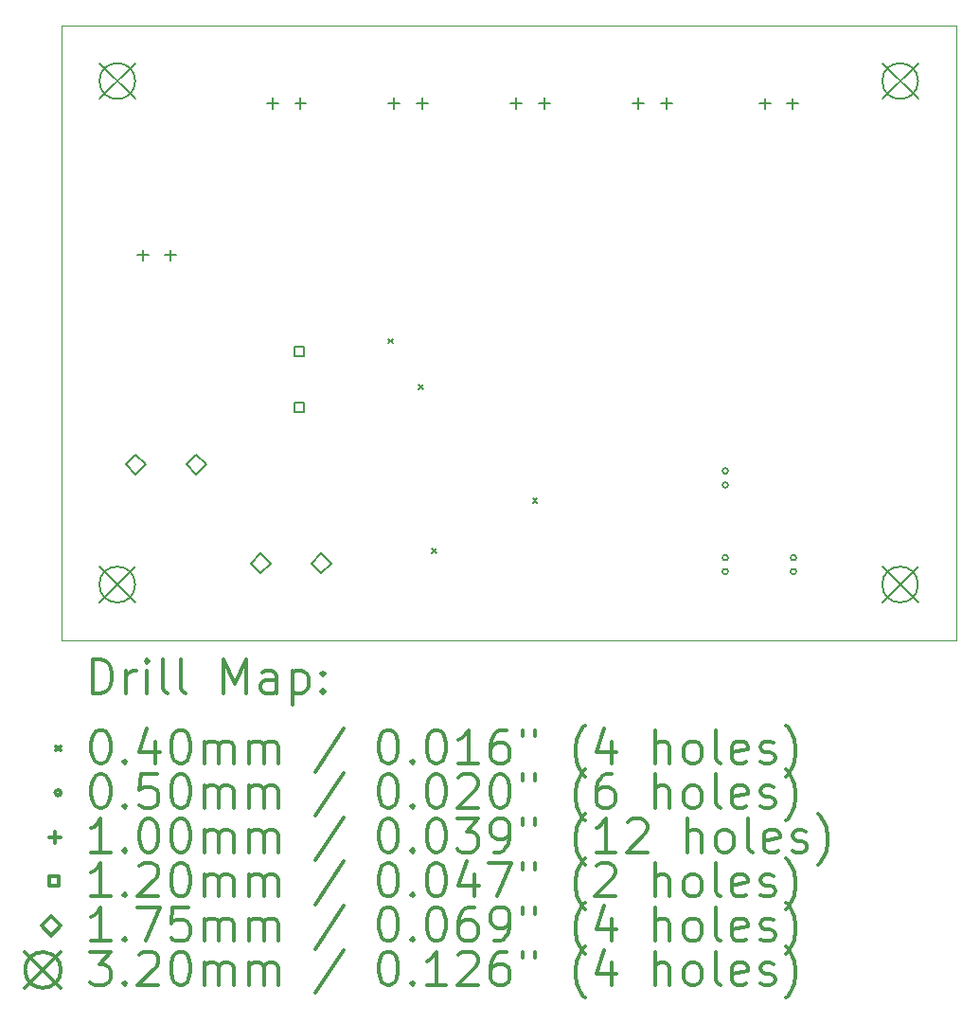
<source format=gbr>
%FSLAX45Y45*%
G04 Gerber Fmt 4.5, Leading zero omitted, Abs format (unit mm)*
G04 Created by KiCad (PCBNEW 5.1.6+dfsg1-1~bpo9+1) date 2022-04-04 20:28:34*
%MOMM*%
%LPD*%
G01*
G04 APERTURE LIST*
%TA.AperFunction,Profile*%
%ADD10C,0.100000*%
%TD*%
%ADD11C,0.200000*%
%ADD12C,0.300000*%
G04 APERTURE END LIST*
D10*
X15500000Y-3000000D02*
X7500000Y-3000000D01*
X15500000Y-3000000D02*
X15500000Y-8500000D01*
X7500000Y-8500000D02*
X7500000Y-3000000D01*
X7500000Y-8500000D02*
X15500000Y-8500000D01*
D11*
X10425750Y-5802950D02*
X10465750Y-5842950D01*
X10465750Y-5802950D02*
X10425750Y-5842950D01*
X10692450Y-6215700D02*
X10732450Y-6255700D01*
X10732450Y-6215700D02*
X10692450Y-6255700D01*
X10813100Y-7676200D02*
X10853100Y-7716200D01*
X10853100Y-7676200D02*
X10813100Y-7716200D01*
X11714800Y-7231700D02*
X11754800Y-7271700D01*
X11754800Y-7231700D02*
X11714800Y-7271700D01*
X13461600Y-6985000D02*
G75*
G03*
X13461600Y-6985000I-25000J0D01*
G01*
X13461600Y-7110000D02*
G75*
G03*
X13461600Y-7110000I-25000J0D01*
G01*
X14071200Y-7759700D02*
G75*
G03*
X14071200Y-7759700I-25000J0D01*
G01*
X14071200Y-7884700D02*
G75*
G03*
X14071200Y-7884700I-25000J0D01*
G01*
X13461600Y-7759700D02*
G75*
G03*
X13461600Y-7759700I-25000J0D01*
G01*
X13461600Y-7884700D02*
G75*
G03*
X13461600Y-7884700I-25000J0D01*
G01*
X9389300Y-3645700D02*
X9389300Y-3745700D01*
X9339300Y-3695700D02*
X9439300Y-3695700D01*
X9639300Y-3645700D02*
X9639300Y-3745700D01*
X9589300Y-3695700D02*
X9689300Y-3695700D01*
X11567350Y-3645700D02*
X11567350Y-3745700D01*
X11517350Y-3695700D02*
X11617350Y-3695700D01*
X11817350Y-3645700D02*
X11817350Y-3745700D01*
X11767350Y-3695700D02*
X11867350Y-3695700D01*
X12659550Y-3645700D02*
X12659550Y-3745700D01*
X12609550Y-3695700D02*
X12709550Y-3695700D01*
X12909550Y-3645700D02*
X12909550Y-3745700D01*
X12859550Y-3695700D02*
X12959550Y-3695700D01*
X10475150Y-3645700D02*
X10475150Y-3745700D01*
X10425150Y-3695700D02*
X10525150Y-3695700D01*
X10725150Y-3645700D02*
X10725150Y-3745700D01*
X10675150Y-3695700D02*
X10775150Y-3695700D01*
X13789850Y-3652050D02*
X13789850Y-3752050D01*
X13739850Y-3702050D02*
X13839850Y-3702050D01*
X14039850Y-3652050D02*
X14039850Y-3752050D01*
X13989850Y-3702050D02*
X14089850Y-3702050D01*
X8227250Y-5007140D02*
X8227250Y-5107140D01*
X8177250Y-5057140D02*
X8277250Y-5057140D01*
X8477250Y-5007140D02*
X8477250Y-5107140D01*
X8427250Y-5057140D02*
X8527250Y-5057140D01*
X9669027Y-5960627D02*
X9669027Y-5875773D01*
X9584173Y-5875773D01*
X9584173Y-5960627D01*
X9669027Y-5960627D01*
X9669027Y-6460627D02*
X9669027Y-6375773D01*
X9584173Y-6375773D01*
X9584173Y-6460627D01*
X9669027Y-6460627D01*
X8166100Y-7015350D02*
X8253600Y-6927850D01*
X8166100Y-6840350D01*
X8078600Y-6927850D01*
X8166100Y-7015350D01*
X8706100Y-7015350D02*
X8793600Y-6927850D01*
X8706100Y-6840350D01*
X8618600Y-6927850D01*
X8706100Y-7015350D01*
X9283700Y-7898000D02*
X9371200Y-7810500D01*
X9283700Y-7723000D01*
X9196200Y-7810500D01*
X9283700Y-7898000D01*
X9823700Y-7898000D02*
X9911200Y-7810500D01*
X9823700Y-7723000D01*
X9736200Y-7810500D01*
X9823700Y-7898000D01*
X14840000Y-7840000D02*
X15160000Y-8160000D01*
X15160000Y-7840000D02*
X14840000Y-8160000D01*
X15160000Y-8000000D02*
G75*
G03*
X15160000Y-8000000I-160000J0D01*
G01*
X14840000Y-3340000D02*
X15160000Y-3660000D01*
X15160000Y-3340000D02*
X14840000Y-3660000D01*
X15160000Y-3500000D02*
G75*
G03*
X15160000Y-3500000I-160000J0D01*
G01*
X7840000Y-7840000D02*
X8160000Y-8160000D01*
X8160000Y-7840000D02*
X7840000Y-8160000D01*
X8160000Y-8000000D02*
G75*
G03*
X8160000Y-8000000I-160000J0D01*
G01*
X7840000Y-3340000D02*
X8160000Y-3660000D01*
X8160000Y-3340000D02*
X7840000Y-3660000D01*
X8160000Y-3500000D02*
G75*
G03*
X8160000Y-3500000I-160000J0D01*
G01*
D12*
X7781428Y-8970714D02*
X7781428Y-8670714D01*
X7852857Y-8670714D01*
X7895714Y-8685000D01*
X7924286Y-8713572D01*
X7938571Y-8742143D01*
X7952857Y-8799286D01*
X7952857Y-8842143D01*
X7938571Y-8899286D01*
X7924286Y-8927857D01*
X7895714Y-8956429D01*
X7852857Y-8970714D01*
X7781428Y-8970714D01*
X8081428Y-8970714D02*
X8081428Y-8770714D01*
X8081428Y-8827857D02*
X8095714Y-8799286D01*
X8110000Y-8785000D01*
X8138571Y-8770714D01*
X8167143Y-8770714D01*
X8267143Y-8970714D02*
X8267143Y-8770714D01*
X8267143Y-8670714D02*
X8252857Y-8685000D01*
X8267143Y-8699286D01*
X8281428Y-8685000D01*
X8267143Y-8670714D01*
X8267143Y-8699286D01*
X8452857Y-8970714D02*
X8424286Y-8956429D01*
X8410000Y-8927857D01*
X8410000Y-8670714D01*
X8610000Y-8970714D02*
X8581428Y-8956429D01*
X8567143Y-8927857D01*
X8567143Y-8670714D01*
X8952857Y-8970714D02*
X8952857Y-8670714D01*
X9052857Y-8885000D01*
X9152857Y-8670714D01*
X9152857Y-8970714D01*
X9424286Y-8970714D02*
X9424286Y-8813572D01*
X9410000Y-8785000D01*
X9381428Y-8770714D01*
X9324286Y-8770714D01*
X9295714Y-8785000D01*
X9424286Y-8956429D02*
X9395714Y-8970714D01*
X9324286Y-8970714D01*
X9295714Y-8956429D01*
X9281428Y-8927857D01*
X9281428Y-8899286D01*
X9295714Y-8870714D01*
X9324286Y-8856429D01*
X9395714Y-8856429D01*
X9424286Y-8842143D01*
X9567143Y-8770714D02*
X9567143Y-9070714D01*
X9567143Y-8785000D02*
X9595714Y-8770714D01*
X9652857Y-8770714D01*
X9681428Y-8785000D01*
X9695714Y-8799286D01*
X9710000Y-8827857D01*
X9710000Y-8913572D01*
X9695714Y-8942143D01*
X9681428Y-8956429D01*
X9652857Y-8970714D01*
X9595714Y-8970714D01*
X9567143Y-8956429D01*
X9838571Y-8942143D02*
X9852857Y-8956429D01*
X9838571Y-8970714D01*
X9824286Y-8956429D01*
X9838571Y-8942143D01*
X9838571Y-8970714D01*
X9838571Y-8785000D02*
X9852857Y-8799286D01*
X9838571Y-8813572D01*
X9824286Y-8799286D01*
X9838571Y-8785000D01*
X9838571Y-8813572D01*
X7455000Y-9445000D02*
X7495000Y-9485000D01*
X7495000Y-9445000D02*
X7455000Y-9485000D01*
X7838571Y-9300714D02*
X7867143Y-9300714D01*
X7895714Y-9315000D01*
X7910000Y-9329286D01*
X7924286Y-9357857D01*
X7938571Y-9415000D01*
X7938571Y-9486429D01*
X7924286Y-9543572D01*
X7910000Y-9572143D01*
X7895714Y-9586429D01*
X7867143Y-9600714D01*
X7838571Y-9600714D01*
X7810000Y-9586429D01*
X7795714Y-9572143D01*
X7781428Y-9543572D01*
X7767143Y-9486429D01*
X7767143Y-9415000D01*
X7781428Y-9357857D01*
X7795714Y-9329286D01*
X7810000Y-9315000D01*
X7838571Y-9300714D01*
X8067143Y-9572143D02*
X8081428Y-9586429D01*
X8067143Y-9600714D01*
X8052857Y-9586429D01*
X8067143Y-9572143D01*
X8067143Y-9600714D01*
X8338571Y-9400714D02*
X8338571Y-9600714D01*
X8267143Y-9286429D02*
X8195714Y-9500714D01*
X8381428Y-9500714D01*
X8552857Y-9300714D02*
X8581428Y-9300714D01*
X8610000Y-9315000D01*
X8624286Y-9329286D01*
X8638571Y-9357857D01*
X8652857Y-9415000D01*
X8652857Y-9486429D01*
X8638571Y-9543572D01*
X8624286Y-9572143D01*
X8610000Y-9586429D01*
X8581428Y-9600714D01*
X8552857Y-9600714D01*
X8524286Y-9586429D01*
X8510000Y-9572143D01*
X8495714Y-9543572D01*
X8481428Y-9486429D01*
X8481428Y-9415000D01*
X8495714Y-9357857D01*
X8510000Y-9329286D01*
X8524286Y-9315000D01*
X8552857Y-9300714D01*
X8781428Y-9600714D02*
X8781428Y-9400714D01*
X8781428Y-9429286D02*
X8795714Y-9415000D01*
X8824286Y-9400714D01*
X8867143Y-9400714D01*
X8895714Y-9415000D01*
X8910000Y-9443572D01*
X8910000Y-9600714D01*
X8910000Y-9443572D02*
X8924286Y-9415000D01*
X8952857Y-9400714D01*
X8995714Y-9400714D01*
X9024286Y-9415000D01*
X9038571Y-9443572D01*
X9038571Y-9600714D01*
X9181428Y-9600714D02*
X9181428Y-9400714D01*
X9181428Y-9429286D02*
X9195714Y-9415000D01*
X9224286Y-9400714D01*
X9267143Y-9400714D01*
X9295714Y-9415000D01*
X9310000Y-9443572D01*
X9310000Y-9600714D01*
X9310000Y-9443572D02*
X9324286Y-9415000D01*
X9352857Y-9400714D01*
X9395714Y-9400714D01*
X9424286Y-9415000D01*
X9438571Y-9443572D01*
X9438571Y-9600714D01*
X10024286Y-9286429D02*
X9767143Y-9672143D01*
X10410000Y-9300714D02*
X10438571Y-9300714D01*
X10467143Y-9315000D01*
X10481428Y-9329286D01*
X10495714Y-9357857D01*
X10510000Y-9415000D01*
X10510000Y-9486429D01*
X10495714Y-9543572D01*
X10481428Y-9572143D01*
X10467143Y-9586429D01*
X10438571Y-9600714D01*
X10410000Y-9600714D01*
X10381428Y-9586429D01*
X10367143Y-9572143D01*
X10352857Y-9543572D01*
X10338571Y-9486429D01*
X10338571Y-9415000D01*
X10352857Y-9357857D01*
X10367143Y-9329286D01*
X10381428Y-9315000D01*
X10410000Y-9300714D01*
X10638571Y-9572143D02*
X10652857Y-9586429D01*
X10638571Y-9600714D01*
X10624286Y-9586429D01*
X10638571Y-9572143D01*
X10638571Y-9600714D01*
X10838571Y-9300714D02*
X10867143Y-9300714D01*
X10895714Y-9315000D01*
X10910000Y-9329286D01*
X10924286Y-9357857D01*
X10938571Y-9415000D01*
X10938571Y-9486429D01*
X10924286Y-9543572D01*
X10910000Y-9572143D01*
X10895714Y-9586429D01*
X10867143Y-9600714D01*
X10838571Y-9600714D01*
X10810000Y-9586429D01*
X10795714Y-9572143D01*
X10781428Y-9543572D01*
X10767143Y-9486429D01*
X10767143Y-9415000D01*
X10781428Y-9357857D01*
X10795714Y-9329286D01*
X10810000Y-9315000D01*
X10838571Y-9300714D01*
X11224286Y-9600714D02*
X11052857Y-9600714D01*
X11138571Y-9600714D02*
X11138571Y-9300714D01*
X11110000Y-9343572D01*
X11081428Y-9372143D01*
X11052857Y-9386429D01*
X11481428Y-9300714D02*
X11424286Y-9300714D01*
X11395714Y-9315000D01*
X11381428Y-9329286D01*
X11352857Y-9372143D01*
X11338571Y-9429286D01*
X11338571Y-9543572D01*
X11352857Y-9572143D01*
X11367143Y-9586429D01*
X11395714Y-9600714D01*
X11452857Y-9600714D01*
X11481428Y-9586429D01*
X11495714Y-9572143D01*
X11510000Y-9543572D01*
X11510000Y-9472143D01*
X11495714Y-9443572D01*
X11481428Y-9429286D01*
X11452857Y-9415000D01*
X11395714Y-9415000D01*
X11367143Y-9429286D01*
X11352857Y-9443572D01*
X11338571Y-9472143D01*
X11624286Y-9300714D02*
X11624286Y-9357857D01*
X11738571Y-9300714D02*
X11738571Y-9357857D01*
X12181428Y-9715000D02*
X12167143Y-9700714D01*
X12138571Y-9657857D01*
X12124286Y-9629286D01*
X12110000Y-9586429D01*
X12095714Y-9515000D01*
X12095714Y-9457857D01*
X12110000Y-9386429D01*
X12124286Y-9343572D01*
X12138571Y-9315000D01*
X12167143Y-9272143D01*
X12181428Y-9257857D01*
X12424286Y-9400714D02*
X12424286Y-9600714D01*
X12352857Y-9286429D02*
X12281428Y-9500714D01*
X12467143Y-9500714D01*
X12810000Y-9600714D02*
X12810000Y-9300714D01*
X12938571Y-9600714D02*
X12938571Y-9443572D01*
X12924286Y-9415000D01*
X12895714Y-9400714D01*
X12852857Y-9400714D01*
X12824286Y-9415000D01*
X12810000Y-9429286D01*
X13124286Y-9600714D02*
X13095714Y-9586429D01*
X13081428Y-9572143D01*
X13067143Y-9543572D01*
X13067143Y-9457857D01*
X13081428Y-9429286D01*
X13095714Y-9415000D01*
X13124286Y-9400714D01*
X13167143Y-9400714D01*
X13195714Y-9415000D01*
X13210000Y-9429286D01*
X13224286Y-9457857D01*
X13224286Y-9543572D01*
X13210000Y-9572143D01*
X13195714Y-9586429D01*
X13167143Y-9600714D01*
X13124286Y-9600714D01*
X13395714Y-9600714D02*
X13367143Y-9586429D01*
X13352857Y-9557857D01*
X13352857Y-9300714D01*
X13624286Y-9586429D02*
X13595714Y-9600714D01*
X13538571Y-9600714D01*
X13510000Y-9586429D01*
X13495714Y-9557857D01*
X13495714Y-9443572D01*
X13510000Y-9415000D01*
X13538571Y-9400714D01*
X13595714Y-9400714D01*
X13624286Y-9415000D01*
X13638571Y-9443572D01*
X13638571Y-9472143D01*
X13495714Y-9500714D01*
X13752857Y-9586429D02*
X13781428Y-9600714D01*
X13838571Y-9600714D01*
X13867143Y-9586429D01*
X13881428Y-9557857D01*
X13881428Y-9543572D01*
X13867143Y-9515000D01*
X13838571Y-9500714D01*
X13795714Y-9500714D01*
X13767143Y-9486429D01*
X13752857Y-9457857D01*
X13752857Y-9443572D01*
X13767143Y-9415000D01*
X13795714Y-9400714D01*
X13838571Y-9400714D01*
X13867143Y-9415000D01*
X13981428Y-9715000D02*
X13995714Y-9700714D01*
X14024286Y-9657857D01*
X14038571Y-9629286D01*
X14052857Y-9586429D01*
X14067143Y-9515000D01*
X14067143Y-9457857D01*
X14052857Y-9386429D01*
X14038571Y-9343572D01*
X14024286Y-9315000D01*
X13995714Y-9272143D01*
X13981428Y-9257857D01*
X7495000Y-9861000D02*
G75*
G03*
X7495000Y-9861000I-25000J0D01*
G01*
X7838571Y-9696714D02*
X7867143Y-9696714D01*
X7895714Y-9711000D01*
X7910000Y-9725286D01*
X7924286Y-9753857D01*
X7938571Y-9811000D01*
X7938571Y-9882429D01*
X7924286Y-9939572D01*
X7910000Y-9968143D01*
X7895714Y-9982429D01*
X7867143Y-9996714D01*
X7838571Y-9996714D01*
X7810000Y-9982429D01*
X7795714Y-9968143D01*
X7781428Y-9939572D01*
X7767143Y-9882429D01*
X7767143Y-9811000D01*
X7781428Y-9753857D01*
X7795714Y-9725286D01*
X7810000Y-9711000D01*
X7838571Y-9696714D01*
X8067143Y-9968143D02*
X8081428Y-9982429D01*
X8067143Y-9996714D01*
X8052857Y-9982429D01*
X8067143Y-9968143D01*
X8067143Y-9996714D01*
X8352857Y-9696714D02*
X8210000Y-9696714D01*
X8195714Y-9839572D01*
X8210000Y-9825286D01*
X8238571Y-9811000D01*
X8310000Y-9811000D01*
X8338571Y-9825286D01*
X8352857Y-9839572D01*
X8367143Y-9868143D01*
X8367143Y-9939572D01*
X8352857Y-9968143D01*
X8338571Y-9982429D01*
X8310000Y-9996714D01*
X8238571Y-9996714D01*
X8210000Y-9982429D01*
X8195714Y-9968143D01*
X8552857Y-9696714D02*
X8581428Y-9696714D01*
X8610000Y-9711000D01*
X8624286Y-9725286D01*
X8638571Y-9753857D01*
X8652857Y-9811000D01*
X8652857Y-9882429D01*
X8638571Y-9939572D01*
X8624286Y-9968143D01*
X8610000Y-9982429D01*
X8581428Y-9996714D01*
X8552857Y-9996714D01*
X8524286Y-9982429D01*
X8510000Y-9968143D01*
X8495714Y-9939572D01*
X8481428Y-9882429D01*
X8481428Y-9811000D01*
X8495714Y-9753857D01*
X8510000Y-9725286D01*
X8524286Y-9711000D01*
X8552857Y-9696714D01*
X8781428Y-9996714D02*
X8781428Y-9796714D01*
X8781428Y-9825286D02*
X8795714Y-9811000D01*
X8824286Y-9796714D01*
X8867143Y-9796714D01*
X8895714Y-9811000D01*
X8910000Y-9839572D01*
X8910000Y-9996714D01*
X8910000Y-9839572D02*
X8924286Y-9811000D01*
X8952857Y-9796714D01*
X8995714Y-9796714D01*
X9024286Y-9811000D01*
X9038571Y-9839572D01*
X9038571Y-9996714D01*
X9181428Y-9996714D02*
X9181428Y-9796714D01*
X9181428Y-9825286D02*
X9195714Y-9811000D01*
X9224286Y-9796714D01*
X9267143Y-9796714D01*
X9295714Y-9811000D01*
X9310000Y-9839572D01*
X9310000Y-9996714D01*
X9310000Y-9839572D02*
X9324286Y-9811000D01*
X9352857Y-9796714D01*
X9395714Y-9796714D01*
X9424286Y-9811000D01*
X9438571Y-9839572D01*
X9438571Y-9996714D01*
X10024286Y-9682429D02*
X9767143Y-10068143D01*
X10410000Y-9696714D02*
X10438571Y-9696714D01*
X10467143Y-9711000D01*
X10481428Y-9725286D01*
X10495714Y-9753857D01*
X10510000Y-9811000D01*
X10510000Y-9882429D01*
X10495714Y-9939572D01*
X10481428Y-9968143D01*
X10467143Y-9982429D01*
X10438571Y-9996714D01*
X10410000Y-9996714D01*
X10381428Y-9982429D01*
X10367143Y-9968143D01*
X10352857Y-9939572D01*
X10338571Y-9882429D01*
X10338571Y-9811000D01*
X10352857Y-9753857D01*
X10367143Y-9725286D01*
X10381428Y-9711000D01*
X10410000Y-9696714D01*
X10638571Y-9968143D02*
X10652857Y-9982429D01*
X10638571Y-9996714D01*
X10624286Y-9982429D01*
X10638571Y-9968143D01*
X10638571Y-9996714D01*
X10838571Y-9696714D02*
X10867143Y-9696714D01*
X10895714Y-9711000D01*
X10910000Y-9725286D01*
X10924286Y-9753857D01*
X10938571Y-9811000D01*
X10938571Y-9882429D01*
X10924286Y-9939572D01*
X10910000Y-9968143D01*
X10895714Y-9982429D01*
X10867143Y-9996714D01*
X10838571Y-9996714D01*
X10810000Y-9982429D01*
X10795714Y-9968143D01*
X10781428Y-9939572D01*
X10767143Y-9882429D01*
X10767143Y-9811000D01*
X10781428Y-9753857D01*
X10795714Y-9725286D01*
X10810000Y-9711000D01*
X10838571Y-9696714D01*
X11052857Y-9725286D02*
X11067143Y-9711000D01*
X11095714Y-9696714D01*
X11167143Y-9696714D01*
X11195714Y-9711000D01*
X11210000Y-9725286D01*
X11224286Y-9753857D01*
X11224286Y-9782429D01*
X11210000Y-9825286D01*
X11038571Y-9996714D01*
X11224286Y-9996714D01*
X11410000Y-9696714D02*
X11438571Y-9696714D01*
X11467143Y-9711000D01*
X11481428Y-9725286D01*
X11495714Y-9753857D01*
X11510000Y-9811000D01*
X11510000Y-9882429D01*
X11495714Y-9939572D01*
X11481428Y-9968143D01*
X11467143Y-9982429D01*
X11438571Y-9996714D01*
X11410000Y-9996714D01*
X11381428Y-9982429D01*
X11367143Y-9968143D01*
X11352857Y-9939572D01*
X11338571Y-9882429D01*
X11338571Y-9811000D01*
X11352857Y-9753857D01*
X11367143Y-9725286D01*
X11381428Y-9711000D01*
X11410000Y-9696714D01*
X11624286Y-9696714D02*
X11624286Y-9753857D01*
X11738571Y-9696714D02*
X11738571Y-9753857D01*
X12181428Y-10111000D02*
X12167143Y-10096714D01*
X12138571Y-10053857D01*
X12124286Y-10025286D01*
X12110000Y-9982429D01*
X12095714Y-9911000D01*
X12095714Y-9853857D01*
X12110000Y-9782429D01*
X12124286Y-9739572D01*
X12138571Y-9711000D01*
X12167143Y-9668143D01*
X12181428Y-9653857D01*
X12424286Y-9696714D02*
X12367143Y-9696714D01*
X12338571Y-9711000D01*
X12324286Y-9725286D01*
X12295714Y-9768143D01*
X12281428Y-9825286D01*
X12281428Y-9939572D01*
X12295714Y-9968143D01*
X12310000Y-9982429D01*
X12338571Y-9996714D01*
X12395714Y-9996714D01*
X12424286Y-9982429D01*
X12438571Y-9968143D01*
X12452857Y-9939572D01*
X12452857Y-9868143D01*
X12438571Y-9839572D01*
X12424286Y-9825286D01*
X12395714Y-9811000D01*
X12338571Y-9811000D01*
X12310000Y-9825286D01*
X12295714Y-9839572D01*
X12281428Y-9868143D01*
X12810000Y-9996714D02*
X12810000Y-9696714D01*
X12938571Y-9996714D02*
X12938571Y-9839572D01*
X12924286Y-9811000D01*
X12895714Y-9796714D01*
X12852857Y-9796714D01*
X12824286Y-9811000D01*
X12810000Y-9825286D01*
X13124286Y-9996714D02*
X13095714Y-9982429D01*
X13081428Y-9968143D01*
X13067143Y-9939572D01*
X13067143Y-9853857D01*
X13081428Y-9825286D01*
X13095714Y-9811000D01*
X13124286Y-9796714D01*
X13167143Y-9796714D01*
X13195714Y-9811000D01*
X13210000Y-9825286D01*
X13224286Y-9853857D01*
X13224286Y-9939572D01*
X13210000Y-9968143D01*
X13195714Y-9982429D01*
X13167143Y-9996714D01*
X13124286Y-9996714D01*
X13395714Y-9996714D02*
X13367143Y-9982429D01*
X13352857Y-9953857D01*
X13352857Y-9696714D01*
X13624286Y-9982429D02*
X13595714Y-9996714D01*
X13538571Y-9996714D01*
X13510000Y-9982429D01*
X13495714Y-9953857D01*
X13495714Y-9839572D01*
X13510000Y-9811000D01*
X13538571Y-9796714D01*
X13595714Y-9796714D01*
X13624286Y-9811000D01*
X13638571Y-9839572D01*
X13638571Y-9868143D01*
X13495714Y-9896714D01*
X13752857Y-9982429D02*
X13781428Y-9996714D01*
X13838571Y-9996714D01*
X13867143Y-9982429D01*
X13881428Y-9953857D01*
X13881428Y-9939572D01*
X13867143Y-9911000D01*
X13838571Y-9896714D01*
X13795714Y-9896714D01*
X13767143Y-9882429D01*
X13752857Y-9853857D01*
X13752857Y-9839572D01*
X13767143Y-9811000D01*
X13795714Y-9796714D01*
X13838571Y-9796714D01*
X13867143Y-9811000D01*
X13981428Y-10111000D02*
X13995714Y-10096714D01*
X14024286Y-10053857D01*
X14038571Y-10025286D01*
X14052857Y-9982429D01*
X14067143Y-9911000D01*
X14067143Y-9853857D01*
X14052857Y-9782429D01*
X14038571Y-9739572D01*
X14024286Y-9711000D01*
X13995714Y-9668143D01*
X13981428Y-9653857D01*
X7445000Y-10207000D02*
X7445000Y-10307000D01*
X7395000Y-10257000D02*
X7495000Y-10257000D01*
X7938571Y-10392714D02*
X7767143Y-10392714D01*
X7852857Y-10392714D02*
X7852857Y-10092714D01*
X7824286Y-10135572D01*
X7795714Y-10164143D01*
X7767143Y-10178429D01*
X8067143Y-10364143D02*
X8081428Y-10378429D01*
X8067143Y-10392714D01*
X8052857Y-10378429D01*
X8067143Y-10364143D01*
X8067143Y-10392714D01*
X8267143Y-10092714D02*
X8295714Y-10092714D01*
X8324286Y-10107000D01*
X8338571Y-10121286D01*
X8352857Y-10149857D01*
X8367143Y-10207000D01*
X8367143Y-10278429D01*
X8352857Y-10335572D01*
X8338571Y-10364143D01*
X8324286Y-10378429D01*
X8295714Y-10392714D01*
X8267143Y-10392714D01*
X8238571Y-10378429D01*
X8224286Y-10364143D01*
X8210000Y-10335572D01*
X8195714Y-10278429D01*
X8195714Y-10207000D01*
X8210000Y-10149857D01*
X8224286Y-10121286D01*
X8238571Y-10107000D01*
X8267143Y-10092714D01*
X8552857Y-10092714D02*
X8581428Y-10092714D01*
X8610000Y-10107000D01*
X8624286Y-10121286D01*
X8638571Y-10149857D01*
X8652857Y-10207000D01*
X8652857Y-10278429D01*
X8638571Y-10335572D01*
X8624286Y-10364143D01*
X8610000Y-10378429D01*
X8581428Y-10392714D01*
X8552857Y-10392714D01*
X8524286Y-10378429D01*
X8510000Y-10364143D01*
X8495714Y-10335572D01*
X8481428Y-10278429D01*
X8481428Y-10207000D01*
X8495714Y-10149857D01*
X8510000Y-10121286D01*
X8524286Y-10107000D01*
X8552857Y-10092714D01*
X8781428Y-10392714D02*
X8781428Y-10192714D01*
X8781428Y-10221286D02*
X8795714Y-10207000D01*
X8824286Y-10192714D01*
X8867143Y-10192714D01*
X8895714Y-10207000D01*
X8910000Y-10235572D01*
X8910000Y-10392714D01*
X8910000Y-10235572D02*
X8924286Y-10207000D01*
X8952857Y-10192714D01*
X8995714Y-10192714D01*
X9024286Y-10207000D01*
X9038571Y-10235572D01*
X9038571Y-10392714D01*
X9181428Y-10392714D02*
X9181428Y-10192714D01*
X9181428Y-10221286D02*
X9195714Y-10207000D01*
X9224286Y-10192714D01*
X9267143Y-10192714D01*
X9295714Y-10207000D01*
X9310000Y-10235572D01*
X9310000Y-10392714D01*
X9310000Y-10235572D02*
X9324286Y-10207000D01*
X9352857Y-10192714D01*
X9395714Y-10192714D01*
X9424286Y-10207000D01*
X9438571Y-10235572D01*
X9438571Y-10392714D01*
X10024286Y-10078429D02*
X9767143Y-10464143D01*
X10410000Y-10092714D02*
X10438571Y-10092714D01*
X10467143Y-10107000D01*
X10481428Y-10121286D01*
X10495714Y-10149857D01*
X10510000Y-10207000D01*
X10510000Y-10278429D01*
X10495714Y-10335572D01*
X10481428Y-10364143D01*
X10467143Y-10378429D01*
X10438571Y-10392714D01*
X10410000Y-10392714D01*
X10381428Y-10378429D01*
X10367143Y-10364143D01*
X10352857Y-10335572D01*
X10338571Y-10278429D01*
X10338571Y-10207000D01*
X10352857Y-10149857D01*
X10367143Y-10121286D01*
X10381428Y-10107000D01*
X10410000Y-10092714D01*
X10638571Y-10364143D02*
X10652857Y-10378429D01*
X10638571Y-10392714D01*
X10624286Y-10378429D01*
X10638571Y-10364143D01*
X10638571Y-10392714D01*
X10838571Y-10092714D02*
X10867143Y-10092714D01*
X10895714Y-10107000D01*
X10910000Y-10121286D01*
X10924286Y-10149857D01*
X10938571Y-10207000D01*
X10938571Y-10278429D01*
X10924286Y-10335572D01*
X10910000Y-10364143D01*
X10895714Y-10378429D01*
X10867143Y-10392714D01*
X10838571Y-10392714D01*
X10810000Y-10378429D01*
X10795714Y-10364143D01*
X10781428Y-10335572D01*
X10767143Y-10278429D01*
X10767143Y-10207000D01*
X10781428Y-10149857D01*
X10795714Y-10121286D01*
X10810000Y-10107000D01*
X10838571Y-10092714D01*
X11038571Y-10092714D02*
X11224286Y-10092714D01*
X11124286Y-10207000D01*
X11167143Y-10207000D01*
X11195714Y-10221286D01*
X11210000Y-10235572D01*
X11224286Y-10264143D01*
X11224286Y-10335572D01*
X11210000Y-10364143D01*
X11195714Y-10378429D01*
X11167143Y-10392714D01*
X11081428Y-10392714D01*
X11052857Y-10378429D01*
X11038571Y-10364143D01*
X11367143Y-10392714D02*
X11424286Y-10392714D01*
X11452857Y-10378429D01*
X11467143Y-10364143D01*
X11495714Y-10321286D01*
X11510000Y-10264143D01*
X11510000Y-10149857D01*
X11495714Y-10121286D01*
X11481428Y-10107000D01*
X11452857Y-10092714D01*
X11395714Y-10092714D01*
X11367143Y-10107000D01*
X11352857Y-10121286D01*
X11338571Y-10149857D01*
X11338571Y-10221286D01*
X11352857Y-10249857D01*
X11367143Y-10264143D01*
X11395714Y-10278429D01*
X11452857Y-10278429D01*
X11481428Y-10264143D01*
X11495714Y-10249857D01*
X11510000Y-10221286D01*
X11624286Y-10092714D02*
X11624286Y-10149857D01*
X11738571Y-10092714D02*
X11738571Y-10149857D01*
X12181428Y-10507000D02*
X12167143Y-10492714D01*
X12138571Y-10449857D01*
X12124286Y-10421286D01*
X12110000Y-10378429D01*
X12095714Y-10307000D01*
X12095714Y-10249857D01*
X12110000Y-10178429D01*
X12124286Y-10135572D01*
X12138571Y-10107000D01*
X12167143Y-10064143D01*
X12181428Y-10049857D01*
X12452857Y-10392714D02*
X12281428Y-10392714D01*
X12367143Y-10392714D02*
X12367143Y-10092714D01*
X12338571Y-10135572D01*
X12310000Y-10164143D01*
X12281428Y-10178429D01*
X12567143Y-10121286D02*
X12581428Y-10107000D01*
X12610000Y-10092714D01*
X12681428Y-10092714D01*
X12710000Y-10107000D01*
X12724286Y-10121286D01*
X12738571Y-10149857D01*
X12738571Y-10178429D01*
X12724286Y-10221286D01*
X12552857Y-10392714D01*
X12738571Y-10392714D01*
X13095714Y-10392714D02*
X13095714Y-10092714D01*
X13224286Y-10392714D02*
X13224286Y-10235572D01*
X13210000Y-10207000D01*
X13181428Y-10192714D01*
X13138571Y-10192714D01*
X13110000Y-10207000D01*
X13095714Y-10221286D01*
X13410000Y-10392714D02*
X13381428Y-10378429D01*
X13367143Y-10364143D01*
X13352857Y-10335572D01*
X13352857Y-10249857D01*
X13367143Y-10221286D01*
X13381428Y-10207000D01*
X13410000Y-10192714D01*
X13452857Y-10192714D01*
X13481428Y-10207000D01*
X13495714Y-10221286D01*
X13510000Y-10249857D01*
X13510000Y-10335572D01*
X13495714Y-10364143D01*
X13481428Y-10378429D01*
X13452857Y-10392714D01*
X13410000Y-10392714D01*
X13681428Y-10392714D02*
X13652857Y-10378429D01*
X13638571Y-10349857D01*
X13638571Y-10092714D01*
X13910000Y-10378429D02*
X13881428Y-10392714D01*
X13824286Y-10392714D01*
X13795714Y-10378429D01*
X13781428Y-10349857D01*
X13781428Y-10235572D01*
X13795714Y-10207000D01*
X13824286Y-10192714D01*
X13881428Y-10192714D01*
X13910000Y-10207000D01*
X13924286Y-10235572D01*
X13924286Y-10264143D01*
X13781428Y-10292714D01*
X14038571Y-10378429D02*
X14067143Y-10392714D01*
X14124286Y-10392714D01*
X14152857Y-10378429D01*
X14167143Y-10349857D01*
X14167143Y-10335572D01*
X14152857Y-10307000D01*
X14124286Y-10292714D01*
X14081428Y-10292714D01*
X14052857Y-10278429D01*
X14038571Y-10249857D01*
X14038571Y-10235572D01*
X14052857Y-10207000D01*
X14081428Y-10192714D01*
X14124286Y-10192714D01*
X14152857Y-10207000D01*
X14267143Y-10507000D02*
X14281428Y-10492714D01*
X14310000Y-10449857D01*
X14324286Y-10421286D01*
X14338571Y-10378429D01*
X14352857Y-10307000D01*
X14352857Y-10249857D01*
X14338571Y-10178429D01*
X14324286Y-10135572D01*
X14310000Y-10107000D01*
X14281428Y-10064143D01*
X14267143Y-10049857D01*
X7477427Y-10695427D02*
X7477427Y-10610573D01*
X7392573Y-10610573D01*
X7392573Y-10695427D01*
X7477427Y-10695427D01*
X7938571Y-10788714D02*
X7767143Y-10788714D01*
X7852857Y-10788714D02*
X7852857Y-10488714D01*
X7824286Y-10531572D01*
X7795714Y-10560143D01*
X7767143Y-10574429D01*
X8067143Y-10760143D02*
X8081428Y-10774429D01*
X8067143Y-10788714D01*
X8052857Y-10774429D01*
X8067143Y-10760143D01*
X8067143Y-10788714D01*
X8195714Y-10517286D02*
X8210000Y-10503000D01*
X8238571Y-10488714D01*
X8310000Y-10488714D01*
X8338571Y-10503000D01*
X8352857Y-10517286D01*
X8367143Y-10545857D01*
X8367143Y-10574429D01*
X8352857Y-10617286D01*
X8181428Y-10788714D01*
X8367143Y-10788714D01*
X8552857Y-10488714D02*
X8581428Y-10488714D01*
X8610000Y-10503000D01*
X8624286Y-10517286D01*
X8638571Y-10545857D01*
X8652857Y-10603000D01*
X8652857Y-10674429D01*
X8638571Y-10731572D01*
X8624286Y-10760143D01*
X8610000Y-10774429D01*
X8581428Y-10788714D01*
X8552857Y-10788714D01*
X8524286Y-10774429D01*
X8510000Y-10760143D01*
X8495714Y-10731572D01*
X8481428Y-10674429D01*
X8481428Y-10603000D01*
X8495714Y-10545857D01*
X8510000Y-10517286D01*
X8524286Y-10503000D01*
X8552857Y-10488714D01*
X8781428Y-10788714D02*
X8781428Y-10588714D01*
X8781428Y-10617286D02*
X8795714Y-10603000D01*
X8824286Y-10588714D01*
X8867143Y-10588714D01*
X8895714Y-10603000D01*
X8910000Y-10631572D01*
X8910000Y-10788714D01*
X8910000Y-10631572D02*
X8924286Y-10603000D01*
X8952857Y-10588714D01*
X8995714Y-10588714D01*
X9024286Y-10603000D01*
X9038571Y-10631572D01*
X9038571Y-10788714D01*
X9181428Y-10788714D02*
X9181428Y-10588714D01*
X9181428Y-10617286D02*
X9195714Y-10603000D01*
X9224286Y-10588714D01*
X9267143Y-10588714D01*
X9295714Y-10603000D01*
X9310000Y-10631572D01*
X9310000Y-10788714D01*
X9310000Y-10631572D02*
X9324286Y-10603000D01*
X9352857Y-10588714D01*
X9395714Y-10588714D01*
X9424286Y-10603000D01*
X9438571Y-10631572D01*
X9438571Y-10788714D01*
X10024286Y-10474429D02*
X9767143Y-10860143D01*
X10410000Y-10488714D02*
X10438571Y-10488714D01*
X10467143Y-10503000D01*
X10481428Y-10517286D01*
X10495714Y-10545857D01*
X10510000Y-10603000D01*
X10510000Y-10674429D01*
X10495714Y-10731572D01*
X10481428Y-10760143D01*
X10467143Y-10774429D01*
X10438571Y-10788714D01*
X10410000Y-10788714D01*
X10381428Y-10774429D01*
X10367143Y-10760143D01*
X10352857Y-10731572D01*
X10338571Y-10674429D01*
X10338571Y-10603000D01*
X10352857Y-10545857D01*
X10367143Y-10517286D01*
X10381428Y-10503000D01*
X10410000Y-10488714D01*
X10638571Y-10760143D02*
X10652857Y-10774429D01*
X10638571Y-10788714D01*
X10624286Y-10774429D01*
X10638571Y-10760143D01*
X10638571Y-10788714D01*
X10838571Y-10488714D02*
X10867143Y-10488714D01*
X10895714Y-10503000D01*
X10910000Y-10517286D01*
X10924286Y-10545857D01*
X10938571Y-10603000D01*
X10938571Y-10674429D01*
X10924286Y-10731572D01*
X10910000Y-10760143D01*
X10895714Y-10774429D01*
X10867143Y-10788714D01*
X10838571Y-10788714D01*
X10810000Y-10774429D01*
X10795714Y-10760143D01*
X10781428Y-10731572D01*
X10767143Y-10674429D01*
X10767143Y-10603000D01*
X10781428Y-10545857D01*
X10795714Y-10517286D01*
X10810000Y-10503000D01*
X10838571Y-10488714D01*
X11195714Y-10588714D02*
X11195714Y-10788714D01*
X11124286Y-10474429D02*
X11052857Y-10688714D01*
X11238571Y-10688714D01*
X11324286Y-10488714D02*
X11524286Y-10488714D01*
X11395714Y-10788714D01*
X11624286Y-10488714D02*
X11624286Y-10545857D01*
X11738571Y-10488714D02*
X11738571Y-10545857D01*
X12181428Y-10903000D02*
X12167143Y-10888714D01*
X12138571Y-10845857D01*
X12124286Y-10817286D01*
X12110000Y-10774429D01*
X12095714Y-10703000D01*
X12095714Y-10645857D01*
X12110000Y-10574429D01*
X12124286Y-10531572D01*
X12138571Y-10503000D01*
X12167143Y-10460143D01*
X12181428Y-10445857D01*
X12281428Y-10517286D02*
X12295714Y-10503000D01*
X12324286Y-10488714D01*
X12395714Y-10488714D01*
X12424286Y-10503000D01*
X12438571Y-10517286D01*
X12452857Y-10545857D01*
X12452857Y-10574429D01*
X12438571Y-10617286D01*
X12267143Y-10788714D01*
X12452857Y-10788714D01*
X12810000Y-10788714D02*
X12810000Y-10488714D01*
X12938571Y-10788714D02*
X12938571Y-10631572D01*
X12924286Y-10603000D01*
X12895714Y-10588714D01*
X12852857Y-10588714D01*
X12824286Y-10603000D01*
X12810000Y-10617286D01*
X13124286Y-10788714D02*
X13095714Y-10774429D01*
X13081428Y-10760143D01*
X13067143Y-10731572D01*
X13067143Y-10645857D01*
X13081428Y-10617286D01*
X13095714Y-10603000D01*
X13124286Y-10588714D01*
X13167143Y-10588714D01*
X13195714Y-10603000D01*
X13210000Y-10617286D01*
X13224286Y-10645857D01*
X13224286Y-10731572D01*
X13210000Y-10760143D01*
X13195714Y-10774429D01*
X13167143Y-10788714D01*
X13124286Y-10788714D01*
X13395714Y-10788714D02*
X13367143Y-10774429D01*
X13352857Y-10745857D01*
X13352857Y-10488714D01*
X13624286Y-10774429D02*
X13595714Y-10788714D01*
X13538571Y-10788714D01*
X13510000Y-10774429D01*
X13495714Y-10745857D01*
X13495714Y-10631572D01*
X13510000Y-10603000D01*
X13538571Y-10588714D01*
X13595714Y-10588714D01*
X13624286Y-10603000D01*
X13638571Y-10631572D01*
X13638571Y-10660143D01*
X13495714Y-10688714D01*
X13752857Y-10774429D02*
X13781428Y-10788714D01*
X13838571Y-10788714D01*
X13867143Y-10774429D01*
X13881428Y-10745857D01*
X13881428Y-10731572D01*
X13867143Y-10703000D01*
X13838571Y-10688714D01*
X13795714Y-10688714D01*
X13767143Y-10674429D01*
X13752857Y-10645857D01*
X13752857Y-10631572D01*
X13767143Y-10603000D01*
X13795714Y-10588714D01*
X13838571Y-10588714D01*
X13867143Y-10603000D01*
X13981428Y-10903000D02*
X13995714Y-10888714D01*
X14024286Y-10845857D01*
X14038571Y-10817286D01*
X14052857Y-10774429D01*
X14067143Y-10703000D01*
X14067143Y-10645857D01*
X14052857Y-10574429D01*
X14038571Y-10531572D01*
X14024286Y-10503000D01*
X13995714Y-10460143D01*
X13981428Y-10445857D01*
X7407500Y-11136500D02*
X7495000Y-11049000D01*
X7407500Y-10961500D01*
X7320000Y-11049000D01*
X7407500Y-11136500D01*
X7938571Y-11184714D02*
X7767143Y-11184714D01*
X7852857Y-11184714D02*
X7852857Y-10884714D01*
X7824286Y-10927572D01*
X7795714Y-10956143D01*
X7767143Y-10970429D01*
X8067143Y-11156143D02*
X8081428Y-11170429D01*
X8067143Y-11184714D01*
X8052857Y-11170429D01*
X8067143Y-11156143D01*
X8067143Y-11184714D01*
X8181428Y-10884714D02*
X8381428Y-10884714D01*
X8252857Y-11184714D01*
X8638571Y-10884714D02*
X8495714Y-10884714D01*
X8481428Y-11027572D01*
X8495714Y-11013286D01*
X8524286Y-10999000D01*
X8595714Y-10999000D01*
X8624286Y-11013286D01*
X8638571Y-11027572D01*
X8652857Y-11056143D01*
X8652857Y-11127572D01*
X8638571Y-11156143D01*
X8624286Y-11170429D01*
X8595714Y-11184714D01*
X8524286Y-11184714D01*
X8495714Y-11170429D01*
X8481428Y-11156143D01*
X8781428Y-11184714D02*
X8781428Y-10984714D01*
X8781428Y-11013286D02*
X8795714Y-10999000D01*
X8824286Y-10984714D01*
X8867143Y-10984714D01*
X8895714Y-10999000D01*
X8910000Y-11027572D01*
X8910000Y-11184714D01*
X8910000Y-11027572D02*
X8924286Y-10999000D01*
X8952857Y-10984714D01*
X8995714Y-10984714D01*
X9024286Y-10999000D01*
X9038571Y-11027572D01*
X9038571Y-11184714D01*
X9181428Y-11184714D02*
X9181428Y-10984714D01*
X9181428Y-11013286D02*
X9195714Y-10999000D01*
X9224286Y-10984714D01*
X9267143Y-10984714D01*
X9295714Y-10999000D01*
X9310000Y-11027572D01*
X9310000Y-11184714D01*
X9310000Y-11027572D02*
X9324286Y-10999000D01*
X9352857Y-10984714D01*
X9395714Y-10984714D01*
X9424286Y-10999000D01*
X9438571Y-11027572D01*
X9438571Y-11184714D01*
X10024286Y-10870429D02*
X9767143Y-11256143D01*
X10410000Y-10884714D02*
X10438571Y-10884714D01*
X10467143Y-10899000D01*
X10481428Y-10913286D01*
X10495714Y-10941857D01*
X10510000Y-10999000D01*
X10510000Y-11070429D01*
X10495714Y-11127572D01*
X10481428Y-11156143D01*
X10467143Y-11170429D01*
X10438571Y-11184714D01*
X10410000Y-11184714D01*
X10381428Y-11170429D01*
X10367143Y-11156143D01*
X10352857Y-11127572D01*
X10338571Y-11070429D01*
X10338571Y-10999000D01*
X10352857Y-10941857D01*
X10367143Y-10913286D01*
X10381428Y-10899000D01*
X10410000Y-10884714D01*
X10638571Y-11156143D02*
X10652857Y-11170429D01*
X10638571Y-11184714D01*
X10624286Y-11170429D01*
X10638571Y-11156143D01*
X10638571Y-11184714D01*
X10838571Y-10884714D02*
X10867143Y-10884714D01*
X10895714Y-10899000D01*
X10910000Y-10913286D01*
X10924286Y-10941857D01*
X10938571Y-10999000D01*
X10938571Y-11070429D01*
X10924286Y-11127572D01*
X10910000Y-11156143D01*
X10895714Y-11170429D01*
X10867143Y-11184714D01*
X10838571Y-11184714D01*
X10810000Y-11170429D01*
X10795714Y-11156143D01*
X10781428Y-11127572D01*
X10767143Y-11070429D01*
X10767143Y-10999000D01*
X10781428Y-10941857D01*
X10795714Y-10913286D01*
X10810000Y-10899000D01*
X10838571Y-10884714D01*
X11195714Y-10884714D02*
X11138571Y-10884714D01*
X11110000Y-10899000D01*
X11095714Y-10913286D01*
X11067143Y-10956143D01*
X11052857Y-11013286D01*
X11052857Y-11127572D01*
X11067143Y-11156143D01*
X11081428Y-11170429D01*
X11110000Y-11184714D01*
X11167143Y-11184714D01*
X11195714Y-11170429D01*
X11210000Y-11156143D01*
X11224286Y-11127572D01*
X11224286Y-11056143D01*
X11210000Y-11027572D01*
X11195714Y-11013286D01*
X11167143Y-10999000D01*
X11110000Y-10999000D01*
X11081428Y-11013286D01*
X11067143Y-11027572D01*
X11052857Y-11056143D01*
X11367143Y-11184714D02*
X11424286Y-11184714D01*
X11452857Y-11170429D01*
X11467143Y-11156143D01*
X11495714Y-11113286D01*
X11510000Y-11056143D01*
X11510000Y-10941857D01*
X11495714Y-10913286D01*
X11481428Y-10899000D01*
X11452857Y-10884714D01*
X11395714Y-10884714D01*
X11367143Y-10899000D01*
X11352857Y-10913286D01*
X11338571Y-10941857D01*
X11338571Y-11013286D01*
X11352857Y-11041857D01*
X11367143Y-11056143D01*
X11395714Y-11070429D01*
X11452857Y-11070429D01*
X11481428Y-11056143D01*
X11495714Y-11041857D01*
X11510000Y-11013286D01*
X11624286Y-10884714D02*
X11624286Y-10941857D01*
X11738571Y-10884714D02*
X11738571Y-10941857D01*
X12181428Y-11299000D02*
X12167143Y-11284714D01*
X12138571Y-11241857D01*
X12124286Y-11213286D01*
X12110000Y-11170429D01*
X12095714Y-11099000D01*
X12095714Y-11041857D01*
X12110000Y-10970429D01*
X12124286Y-10927572D01*
X12138571Y-10899000D01*
X12167143Y-10856143D01*
X12181428Y-10841857D01*
X12424286Y-10984714D02*
X12424286Y-11184714D01*
X12352857Y-10870429D02*
X12281428Y-11084714D01*
X12467143Y-11084714D01*
X12810000Y-11184714D02*
X12810000Y-10884714D01*
X12938571Y-11184714D02*
X12938571Y-11027572D01*
X12924286Y-10999000D01*
X12895714Y-10984714D01*
X12852857Y-10984714D01*
X12824286Y-10999000D01*
X12810000Y-11013286D01*
X13124286Y-11184714D02*
X13095714Y-11170429D01*
X13081428Y-11156143D01*
X13067143Y-11127572D01*
X13067143Y-11041857D01*
X13081428Y-11013286D01*
X13095714Y-10999000D01*
X13124286Y-10984714D01*
X13167143Y-10984714D01*
X13195714Y-10999000D01*
X13210000Y-11013286D01*
X13224286Y-11041857D01*
X13224286Y-11127572D01*
X13210000Y-11156143D01*
X13195714Y-11170429D01*
X13167143Y-11184714D01*
X13124286Y-11184714D01*
X13395714Y-11184714D02*
X13367143Y-11170429D01*
X13352857Y-11141857D01*
X13352857Y-10884714D01*
X13624286Y-11170429D02*
X13595714Y-11184714D01*
X13538571Y-11184714D01*
X13510000Y-11170429D01*
X13495714Y-11141857D01*
X13495714Y-11027572D01*
X13510000Y-10999000D01*
X13538571Y-10984714D01*
X13595714Y-10984714D01*
X13624286Y-10999000D01*
X13638571Y-11027572D01*
X13638571Y-11056143D01*
X13495714Y-11084714D01*
X13752857Y-11170429D02*
X13781428Y-11184714D01*
X13838571Y-11184714D01*
X13867143Y-11170429D01*
X13881428Y-11141857D01*
X13881428Y-11127572D01*
X13867143Y-11099000D01*
X13838571Y-11084714D01*
X13795714Y-11084714D01*
X13767143Y-11070429D01*
X13752857Y-11041857D01*
X13752857Y-11027572D01*
X13767143Y-10999000D01*
X13795714Y-10984714D01*
X13838571Y-10984714D01*
X13867143Y-10999000D01*
X13981428Y-11299000D02*
X13995714Y-11284714D01*
X14024286Y-11241857D01*
X14038571Y-11213286D01*
X14052857Y-11170429D01*
X14067143Y-11099000D01*
X14067143Y-11041857D01*
X14052857Y-10970429D01*
X14038571Y-10927572D01*
X14024286Y-10899000D01*
X13995714Y-10856143D01*
X13981428Y-10841857D01*
X7175000Y-11285000D02*
X7495000Y-11605000D01*
X7495000Y-11285000D02*
X7175000Y-11605000D01*
X7495000Y-11445000D02*
G75*
G03*
X7495000Y-11445000I-160000J0D01*
G01*
X7752857Y-11280714D02*
X7938571Y-11280714D01*
X7838571Y-11395000D01*
X7881428Y-11395000D01*
X7910000Y-11409286D01*
X7924286Y-11423571D01*
X7938571Y-11452143D01*
X7938571Y-11523571D01*
X7924286Y-11552143D01*
X7910000Y-11566429D01*
X7881428Y-11580714D01*
X7795714Y-11580714D01*
X7767143Y-11566429D01*
X7752857Y-11552143D01*
X8067143Y-11552143D02*
X8081428Y-11566429D01*
X8067143Y-11580714D01*
X8052857Y-11566429D01*
X8067143Y-11552143D01*
X8067143Y-11580714D01*
X8195714Y-11309286D02*
X8210000Y-11295000D01*
X8238571Y-11280714D01*
X8310000Y-11280714D01*
X8338571Y-11295000D01*
X8352857Y-11309286D01*
X8367143Y-11337857D01*
X8367143Y-11366429D01*
X8352857Y-11409286D01*
X8181428Y-11580714D01*
X8367143Y-11580714D01*
X8552857Y-11280714D02*
X8581428Y-11280714D01*
X8610000Y-11295000D01*
X8624286Y-11309286D01*
X8638571Y-11337857D01*
X8652857Y-11395000D01*
X8652857Y-11466429D01*
X8638571Y-11523571D01*
X8624286Y-11552143D01*
X8610000Y-11566429D01*
X8581428Y-11580714D01*
X8552857Y-11580714D01*
X8524286Y-11566429D01*
X8510000Y-11552143D01*
X8495714Y-11523571D01*
X8481428Y-11466429D01*
X8481428Y-11395000D01*
X8495714Y-11337857D01*
X8510000Y-11309286D01*
X8524286Y-11295000D01*
X8552857Y-11280714D01*
X8781428Y-11580714D02*
X8781428Y-11380714D01*
X8781428Y-11409286D02*
X8795714Y-11395000D01*
X8824286Y-11380714D01*
X8867143Y-11380714D01*
X8895714Y-11395000D01*
X8910000Y-11423571D01*
X8910000Y-11580714D01*
X8910000Y-11423571D02*
X8924286Y-11395000D01*
X8952857Y-11380714D01*
X8995714Y-11380714D01*
X9024286Y-11395000D01*
X9038571Y-11423571D01*
X9038571Y-11580714D01*
X9181428Y-11580714D02*
X9181428Y-11380714D01*
X9181428Y-11409286D02*
X9195714Y-11395000D01*
X9224286Y-11380714D01*
X9267143Y-11380714D01*
X9295714Y-11395000D01*
X9310000Y-11423571D01*
X9310000Y-11580714D01*
X9310000Y-11423571D02*
X9324286Y-11395000D01*
X9352857Y-11380714D01*
X9395714Y-11380714D01*
X9424286Y-11395000D01*
X9438571Y-11423571D01*
X9438571Y-11580714D01*
X10024286Y-11266429D02*
X9767143Y-11652143D01*
X10410000Y-11280714D02*
X10438571Y-11280714D01*
X10467143Y-11295000D01*
X10481428Y-11309286D01*
X10495714Y-11337857D01*
X10510000Y-11395000D01*
X10510000Y-11466429D01*
X10495714Y-11523571D01*
X10481428Y-11552143D01*
X10467143Y-11566429D01*
X10438571Y-11580714D01*
X10410000Y-11580714D01*
X10381428Y-11566429D01*
X10367143Y-11552143D01*
X10352857Y-11523571D01*
X10338571Y-11466429D01*
X10338571Y-11395000D01*
X10352857Y-11337857D01*
X10367143Y-11309286D01*
X10381428Y-11295000D01*
X10410000Y-11280714D01*
X10638571Y-11552143D02*
X10652857Y-11566429D01*
X10638571Y-11580714D01*
X10624286Y-11566429D01*
X10638571Y-11552143D01*
X10638571Y-11580714D01*
X10938571Y-11580714D02*
X10767143Y-11580714D01*
X10852857Y-11580714D02*
X10852857Y-11280714D01*
X10824286Y-11323571D01*
X10795714Y-11352143D01*
X10767143Y-11366429D01*
X11052857Y-11309286D02*
X11067143Y-11295000D01*
X11095714Y-11280714D01*
X11167143Y-11280714D01*
X11195714Y-11295000D01*
X11210000Y-11309286D01*
X11224286Y-11337857D01*
X11224286Y-11366429D01*
X11210000Y-11409286D01*
X11038571Y-11580714D01*
X11224286Y-11580714D01*
X11481428Y-11280714D02*
X11424286Y-11280714D01*
X11395714Y-11295000D01*
X11381428Y-11309286D01*
X11352857Y-11352143D01*
X11338571Y-11409286D01*
X11338571Y-11523571D01*
X11352857Y-11552143D01*
X11367143Y-11566429D01*
X11395714Y-11580714D01*
X11452857Y-11580714D01*
X11481428Y-11566429D01*
X11495714Y-11552143D01*
X11510000Y-11523571D01*
X11510000Y-11452143D01*
X11495714Y-11423571D01*
X11481428Y-11409286D01*
X11452857Y-11395000D01*
X11395714Y-11395000D01*
X11367143Y-11409286D01*
X11352857Y-11423571D01*
X11338571Y-11452143D01*
X11624286Y-11280714D02*
X11624286Y-11337857D01*
X11738571Y-11280714D02*
X11738571Y-11337857D01*
X12181428Y-11695000D02*
X12167143Y-11680714D01*
X12138571Y-11637857D01*
X12124286Y-11609286D01*
X12110000Y-11566429D01*
X12095714Y-11495000D01*
X12095714Y-11437857D01*
X12110000Y-11366429D01*
X12124286Y-11323571D01*
X12138571Y-11295000D01*
X12167143Y-11252143D01*
X12181428Y-11237857D01*
X12424286Y-11380714D02*
X12424286Y-11580714D01*
X12352857Y-11266429D02*
X12281428Y-11480714D01*
X12467143Y-11480714D01*
X12810000Y-11580714D02*
X12810000Y-11280714D01*
X12938571Y-11580714D02*
X12938571Y-11423571D01*
X12924286Y-11395000D01*
X12895714Y-11380714D01*
X12852857Y-11380714D01*
X12824286Y-11395000D01*
X12810000Y-11409286D01*
X13124286Y-11580714D02*
X13095714Y-11566429D01*
X13081428Y-11552143D01*
X13067143Y-11523571D01*
X13067143Y-11437857D01*
X13081428Y-11409286D01*
X13095714Y-11395000D01*
X13124286Y-11380714D01*
X13167143Y-11380714D01*
X13195714Y-11395000D01*
X13210000Y-11409286D01*
X13224286Y-11437857D01*
X13224286Y-11523571D01*
X13210000Y-11552143D01*
X13195714Y-11566429D01*
X13167143Y-11580714D01*
X13124286Y-11580714D01*
X13395714Y-11580714D02*
X13367143Y-11566429D01*
X13352857Y-11537857D01*
X13352857Y-11280714D01*
X13624286Y-11566429D02*
X13595714Y-11580714D01*
X13538571Y-11580714D01*
X13510000Y-11566429D01*
X13495714Y-11537857D01*
X13495714Y-11423571D01*
X13510000Y-11395000D01*
X13538571Y-11380714D01*
X13595714Y-11380714D01*
X13624286Y-11395000D01*
X13638571Y-11423571D01*
X13638571Y-11452143D01*
X13495714Y-11480714D01*
X13752857Y-11566429D02*
X13781428Y-11580714D01*
X13838571Y-11580714D01*
X13867143Y-11566429D01*
X13881428Y-11537857D01*
X13881428Y-11523571D01*
X13867143Y-11495000D01*
X13838571Y-11480714D01*
X13795714Y-11480714D01*
X13767143Y-11466429D01*
X13752857Y-11437857D01*
X13752857Y-11423571D01*
X13767143Y-11395000D01*
X13795714Y-11380714D01*
X13838571Y-11380714D01*
X13867143Y-11395000D01*
X13981428Y-11695000D02*
X13995714Y-11680714D01*
X14024286Y-11637857D01*
X14038571Y-11609286D01*
X14052857Y-11566429D01*
X14067143Y-11495000D01*
X14067143Y-11437857D01*
X14052857Y-11366429D01*
X14038571Y-11323571D01*
X14024286Y-11295000D01*
X13995714Y-11252143D01*
X13981428Y-11237857D01*
M02*

</source>
